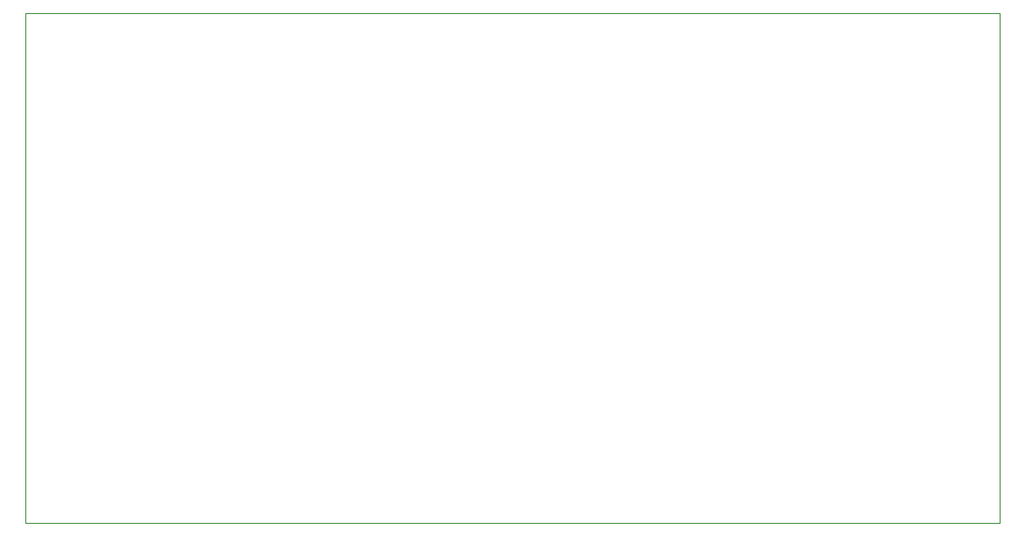
<source format=gm1>
G04 #@! TF.GenerationSoftware,KiCad,Pcbnew,7.0.11-7.0.11~ubuntu22.04.1*
G04 #@! TF.CreationDate,2024-09-19T02:02:40+03:00*
G04 #@! TF.ProjectId,psg14a_power,70736731-3461-45f7-906f-7765722e6b69,rev?*
G04 #@! TF.SameCoordinates,Original*
G04 #@! TF.FileFunction,Profile,NP*
%FSLAX46Y46*%
G04 Gerber Fmt 4.6, Leading zero omitted, Abs format (unit mm)*
G04 Created by KiCad (PCBNEW 7.0.11-7.0.11~ubuntu22.04.1) date 2024-09-19 02:02:40*
%MOMM*%
%LPD*%
G01*
G04 APERTURE LIST*
G04 #@! TA.AperFunction,Profile*
%ADD10C,0.100000*%
G04 #@! TD*
G04 APERTURE END LIST*
D10*
X114000000Y-40000000D02*
X114000000Y-86000000D01*
X26000000Y-86000000D02*
X26000000Y-40000000D01*
X114000000Y-86000000D02*
X26000000Y-86000000D01*
X26000000Y-40000000D02*
X114000000Y-40000000D01*
M02*

</source>
